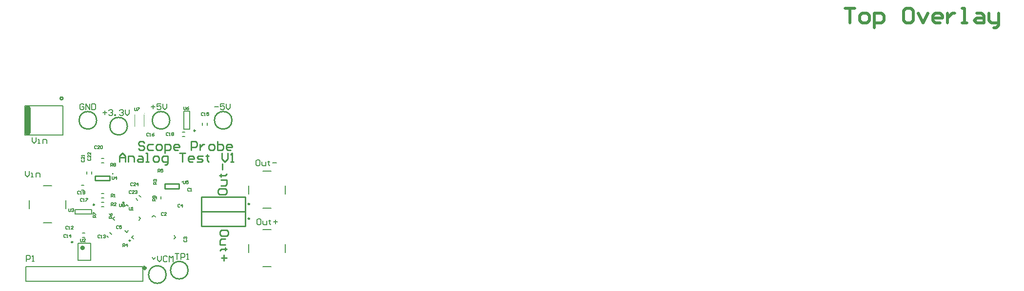
<source format=gto>
G04 Layer_Color=65535*
%FSLAX25Y25*%
%MOIN*%
G70*
G01*
G75*
%ADD27C,0.01000*%
%ADD28C,0.02000*%
%ADD38C,0.00984*%
%ADD39C,0.01575*%
%ADD40C,0.00394*%
%ADD41C,0.00787*%
%ADD42C,0.04000*%
%ADD43C,0.00500*%
%ADD44C,0.00800*%
D27*
X456000Y487500D02*
G03*
X456000Y487500I-6000J0D01*
G01*
X340500Y502500D02*
G03*
X340500Y502500I-1000J0D01*
G01*
X363500Y487500D02*
G03*
X363500Y487500I-6000J0D01*
G01*
X384500Y483500D02*
G03*
X384500Y483500I-6000J0D01*
G01*
X413500Y487500D02*
G03*
X413500Y487500I-6000J0D01*
G01*
X426000Y385000D02*
G03*
X426000Y385000I-6000J0D01*
G01*
X411000Y382000D02*
G03*
X411000Y382000I-6000J0D01*
G01*
X422087Y445453D02*
G03*
X422087Y445453I-197J0D01*
G01*
X374587Y450953D02*
G03*
X374587Y450953I-197J0D01*
G01*
X468000Y420200D02*
G03*
X468000Y420200I-500J0D01*
G01*
Y430200D02*
G03*
X468000Y430200I-500J0D01*
G01*
X410079Y444075D02*
X419921D01*
Y440925D02*
Y444075D01*
X410079Y440925D02*
X419921D01*
X410079D02*
Y444075D01*
X362579Y449575D02*
X372421D01*
Y446425D02*
Y449575D01*
X362579Y446425D02*
X372421D01*
X362579D02*
Y449575D01*
X435000Y415000D02*
X465000Y415000D01*
X435000Y425000D02*
X465000Y425000D01*
Y415000D02*
Y425000D01*
X435000Y415000D02*
Y425000D01*
X465000Y425000D01*
X435000Y435000D02*
X465000Y435000D01*
Y425000D02*
Y435000D01*
X435000Y425000D02*
Y435000D01*
X446402Y439699D02*
Y437700D01*
X447402Y436700D01*
X451400D01*
X452400Y437700D01*
Y439699D01*
X451400Y440699D01*
X447402D01*
X446402Y439699D01*
X448401Y442698D02*
X451400D01*
X452400Y443698D01*
Y446697D01*
X448401D01*
X447402Y449696D02*
X448401D01*
Y448696D01*
Y450696D01*
Y449696D01*
X451400D01*
X452400Y450696D01*
X449401Y453694D02*
Y457693D01*
X453598Y409401D02*
Y411400D01*
X452598Y412400D01*
X448600D01*
X447600Y411400D01*
Y409401D01*
X448600Y408401D01*
X452598D01*
X453598Y409401D01*
X451599Y406402D02*
X448600D01*
X447600Y405402D01*
Y402403D01*
X451599D01*
X452598Y399404D02*
X451599D01*
Y400404D01*
Y398405D01*
Y399404D01*
X448600D01*
X447600Y398405D01*
X450599Y395406D02*
Y391407D01*
X452598Y393406D02*
X448600D01*
X379000Y459000D02*
Y462999D01*
X380999Y464998D01*
X382999Y462999D01*
Y459000D01*
Y461999D01*
X379000D01*
X384998Y459000D02*
Y462999D01*
X387997D01*
X388997Y461999D01*
Y459000D01*
X391996Y462999D02*
X393995D01*
X394995Y461999D01*
Y459000D01*
X391996D01*
X390996Y460000D01*
X391996Y460999D01*
X394995D01*
X396994Y459000D02*
X398993D01*
X397994D01*
Y464998D01*
X396994D01*
X402992Y459000D02*
X404992D01*
X405991Y460000D01*
Y461999D01*
X404992Y462999D01*
X402992D01*
X401993Y461999D01*
Y460000D01*
X402992Y459000D01*
X409990Y457001D02*
X410990D01*
X411989Y458000D01*
Y462999D01*
X408990D01*
X407991Y461999D01*
Y460000D01*
X408990Y459000D01*
X411989D01*
X419987Y464998D02*
X423985D01*
X421986D01*
Y459000D01*
X428984D02*
X426985D01*
X425985Y460000D01*
Y461999D01*
X426985Y462999D01*
X428984D01*
X429984Y461999D01*
Y460999D01*
X425985D01*
X431983Y459000D02*
X434982D01*
X435982Y460000D01*
X434982Y460999D01*
X432982D01*
X431983Y461999D01*
X432982Y462999D01*
X435982D01*
X438981Y463998D02*
Y462999D01*
X437981D01*
X439980D01*
X438981D01*
Y460000D01*
X439980Y459000D01*
X448977Y464998D02*
Y460999D01*
X450977Y459000D01*
X452976Y460999D01*
Y464998D01*
X454975Y459000D02*
X456975D01*
X455975D01*
Y464998D01*
X454975Y463998D01*
X395999Y471998D02*
X394999Y472998D01*
X393000D01*
X392000Y471998D01*
Y470999D01*
X393000Y469999D01*
X394999D01*
X395999Y468999D01*
Y468000D01*
X394999Y467000D01*
X393000D01*
X392000Y468000D01*
X401997Y470999D02*
X398998D01*
X397998Y469999D01*
Y468000D01*
X398998Y467000D01*
X401997D01*
X404996D02*
X406995D01*
X407995Y468000D01*
Y469999D01*
X406995Y470999D01*
X404996D01*
X403996Y469999D01*
Y468000D01*
X404996Y467000D01*
X409994Y465001D02*
Y470999D01*
X412993D01*
X413993Y469999D01*
Y468000D01*
X412993Y467000D01*
X409994D01*
X418991D02*
X416992D01*
X415992Y468000D01*
Y469999D01*
X416992Y470999D01*
X418991D01*
X419991Y469999D01*
Y468999D01*
X415992D01*
X427988Y467000D02*
Y472998D01*
X430987D01*
X431987Y471998D01*
Y469999D01*
X430987Y468999D01*
X427988D01*
X433986Y470999D02*
Y467000D01*
Y468999D01*
X434986Y469999D01*
X435986Y470999D01*
X436985D01*
X440984Y467000D02*
X442983D01*
X443983Y468000D01*
Y469999D01*
X442983Y470999D01*
X440984D01*
X439985Y469999D01*
Y468000D01*
X440984Y467000D01*
X445983Y472998D02*
Y467000D01*
X448982D01*
X449981Y468000D01*
Y468999D01*
Y469999D01*
X448982Y470999D01*
X445983D01*
X454980Y467000D02*
X452980D01*
X451981Y468000D01*
Y469999D01*
X452980Y470999D01*
X454980D01*
X455979Y469999D01*
Y468999D01*
X451981D01*
D28*
X396900Y386500D02*
G03*
X396900Y386500I-700J0D01*
G01*
X875000Y563997D02*
X881664D01*
X878332D01*
Y554000D01*
X886663D02*
X889995D01*
X891661Y555666D01*
Y558998D01*
X889995Y560665D01*
X886663D01*
X884997Y558998D01*
Y555666D01*
X886663Y554000D01*
X894993Y550668D02*
Y560665D01*
X899992D01*
X901658Y558998D01*
Y555666D01*
X899992Y554000D01*
X894993D01*
X919985Y563997D02*
X916653D01*
X914987Y562331D01*
Y555666D01*
X916653Y554000D01*
X919985D01*
X921652Y555666D01*
Y562331D01*
X919985Y563997D01*
X924984Y560665D02*
X928316Y554000D01*
X931648Y560665D01*
X939979Y554000D02*
X936647D01*
X934981Y555666D01*
Y558998D01*
X936647Y560665D01*
X939979D01*
X941645Y558998D01*
Y557332D01*
X934981D01*
X944977Y560665D02*
Y554000D01*
Y557332D01*
X946644Y558998D01*
X948310Y560665D01*
X949976D01*
X954974Y554000D02*
X958306D01*
X956640D01*
Y563997D01*
X954974D01*
X964971Y560665D02*
X968303D01*
X969969Y558998D01*
Y554000D01*
X964971D01*
X963305Y555666D01*
X964971Y557332D01*
X969969D01*
X973302Y560665D02*
Y555666D01*
X974968Y554000D01*
X979966D01*
Y552334D01*
X978300Y550668D01*
X976634D01*
X979966Y554000D02*
Y560665D01*
D38*
X382272Y431242D02*
G03*
X382272Y431242I-492J0D01*
G01*
X361980Y429823D02*
G03*
X361980Y429823I-492J0D01*
G01*
X347224Y404193D02*
G03*
X347224Y404193I-492J0D01*
G01*
X430905Y480413D02*
G03*
X430905Y480413I-492J0D01*
G01*
X386567Y405273D02*
G03*
X386567Y405273I-492J0D01*
G01*
D39*
X354606Y400256D02*
G03*
X354606Y400256I-787J0D01*
G01*
D40*
X396240Y492126D02*
G03*
X396240Y492126I-197J0D01*
G01*
X389350Y483563D02*
Y491437D01*
X395650Y483563D02*
Y491437D01*
D41*
X317402Y427087D02*
Y432913D01*
X342598Y427087D02*
Y432913D01*
X327087Y442598D02*
X332913D01*
X327087Y417402D02*
X332913D01*
X315000Y377500D02*
Y387500D01*
X395000D01*
Y377500D02*
Y387500D01*
X315000Y377500D02*
X395000D01*
X314500Y477500D02*
Y497500D01*
X340500Y477500D02*
Y497500D01*
X314500Y477500D02*
X340500D01*
X314500Y497500D02*
X340500D01*
X467402Y397087D02*
Y402913D01*
X492598Y397087D02*
Y402913D01*
X477087Y412598D02*
X482913D01*
X477087Y387402D02*
X482913D01*
X467402Y437087D02*
Y442913D01*
X492598Y437087D02*
Y442913D01*
X477087Y452598D02*
X482913D01*
X477087Y427402D02*
X482913D01*
X407575Y433713D02*
Y435287D01*
X404425Y433713D02*
Y435287D01*
X366713Y437575D02*
X368287D01*
X366713Y434425D02*
X368287D01*
X382824Y428667D02*
X384007Y429850D01*
X385191Y428667D01*
X392289Y421568D02*
X393473Y420385D01*
X392289Y419202D02*
X393473Y420385D01*
X384007Y410919D02*
X385191Y412103D01*
X382824D02*
X384007Y410919D01*
X374542Y420385D02*
X375725Y421568D01*
X374542Y420385D02*
X375725Y419202D01*
X366713Y431575D02*
X368287D01*
X366713Y428425D02*
X368287D01*
X370330Y408443D02*
X371443Y407330D01*
X372557Y410670D02*
X373670Y409557D01*
X348791Y423425D02*
X360209D01*
X348791Y426575D02*
X360209D01*
X348791Y423425D02*
Y426575D01*
X360209Y423425D02*
Y426575D01*
X353213Y439925D02*
X354787D01*
X353213Y443075D02*
X354787D01*
X356925Y450713D02*
Y452287D01*
X360075Y450713D02*
Y452287D01*
X366713Y458425D02*
X368287D01*
X366713Y461575D02*
X368287D01*
X353713Y410427D02*
X355287D01*
X353713Y407278D02*
X355287D01*
X350669Y391595D02*
Y403406D01*
X359331Y391595D02*
Y403406D01*
X350669D02*
X359331D01*
X350669Y391595D02*
X359331D01*
X439075Y484213D02*
Y485787D01*
X435925Y484213D02*
Y485787D01*
X422213Y476425D02*
X423787D01*
X422213Y479575D02*
X423787D01*
X423032Y481398D02*
Y493602D01*
X426968Y481398D02*
Y493602D01*
X423032D02*
X426968D01*
X423032Y481398D02*
X426968D01*
X402500Y392467D02*
X403683Y393650D01*
X401317Y393650D02*
X402500Y392467D01*
X416350Y406317D02*
X417533Y407500D01*
X416350Y408683D02*
X417533Y407500D01*
X402500Y422533D02*
X403683Y421350D01*
X401317Y421350D02*
X402500Y422533D01*
X387467Y407500D02*
X388650Y408683D01*
X387467Y407500D02*
X388650Y406317D01*
X392557Y436170D02*
X393670Y435057D01*
X390330Y433943D02*
X391443Y432830D01*
D42*
X316500Y479500D02*
X316500Y495500D01*
D43*
X387033Y438966D02*
X386700Y439299D01*
X386033D01*
X385700Y438966D01*
Y437633D01*
X386033Y437300D01*
X386700D01*
X387033Y437633D01*
X389032Y437300D02*
X387699D01*
X389032Y438633D01*
Y438966D01*
X388699Y439299D01*
X388033D01*
X387699Y438966D01*
X389699D02*
X390032Y439299D01*
X390698D01*
X391032Y438966D01*
Y438633D01*
X390698Y438300D01*
X390365D01*
X390698D01*
X391032Y437966D01*
Y437633D01*
X390698Y437300D01*
X390032D01*
X389699Y437633D01*
X353334Y460333D02*
X353001Y460000D01*
Y459333D01*
X353334Y459000D01*
X354667D01*
X355000Y459333D01*
Y460000D01*
X354667Y460333D01*
X355000Y462332D02*
Y460999D01*
X353667Y462332D01*
X353334D01*
X353001Y461999D01*
Y461333D01*
X353334Y460999D01*
X355000Y462999D02*
Y463665D01*
Y463332D01*
X353001D01*
X353334Y462999D01*
X363333Y469666D02*
X363000Y469999D01*
X362333D01*
X362000Y469666D01*
Y468333D01*
X362333Y468000D01*
X363000D01*
X363333Y468333D01*
X365332Y468000D02*
X363999D01*
X365332Y469333D01*
Y469666D01*
X364999Y469999D01*
X364333D01*
X363999Y469666D01*
X365999D02*
X366332Y469999D01*
X366998D01*
X367332Y469666D01*
Y468333D01*
X366998Y468000D01*
X366332D01*
X365999Y468333D01*
Y469666D01*
X379000Y430499D02*
Y428833D01*
X379333Y428500D01*
X380000D01*
X380333Y428833D01*
Y430499D01*
X380999Y430166D02*
X381333Y430499D01*
X381999D01*
X382332Y430166D01*
Y429833D01*
X381999Y429500D01*
X382332Y429166D01*
Y428833D01*
X381999Y428500D01*
X381333D01*
X380999Y428833D01*
Y429166D01*
X381333Y429500D01*
X380999Y429833D01*
Y430166D01*
X381333Y429500D02*
X381999D01*
X403600Y432500D02*
X401601D01*
Y433500D01*
X401934Y433833D01*
X402600D01*
X402934Y433500D01*
Y432500D01*
Y433166D02*
X403600Y433833D01*
X403267Y434499D02*
X403600Y434833D01*
Y435499D01*
X403267Y435832D01*
X401934D01*
X401601Y435499D01*
Y434833D01*
X401934Y434499D01*
X402267D01*
X402600Y434833D01*
Y435832D01*
X373100Y456000D02*
Y457999D01*
X374100D01*
X374433Y457666D01*
Y457000D01*
X374100Y456666D01*
X373100D01*
X373766D02*
X374433Y456000D01*
X375099Y457666D02*
X375433Y457999D01*
X376099D01*
X376432Y457666D01*
Y457333D01*
X376099Y457000D01*
X376432Y456666D01*
Y456333D01*
X376099Y456000D01*
X375433D01*
X375099Y456333D01*
Y456666D01*
X375433Y457000D01*
X375099Y457333D01*
Y457666D01*
X375433Y457000D02*
X376099D01*
X388233Y444266D02*
X387900Y444599D01*
X387233D01*
X386900Y444266D01*
Y442933D01*
X387233Y442600D01*
X387900D01*
X388233Y442933D01*
X390232Y442600D02*
X388899D01*
X390232Y443933D01*
Y444266D01*
X389899Y444599D01*
X389233D01*
X388899Y444266D01*
X391898Y442600D02*
Y444599D01*
X390899Y443600D01*
X392232D01*
X357834Y461333D02*
X357501Y461000D01*
Y460333D01*
X357834Y460000D01*
X359167D01*
X359500Y460333D01*
Y461000D01*
X359167Y461333D01*
X359500Y463332D02*
Y461999D01*
X358167Y463332D01*
X357834D01*
X357501Y462999D01*
Y462333D01*
X357834Y461999D01*
X359500Y465332D02*
Y463999D01*
X358167Y465332D01*
X357834D01*
X357501Y464998D01*
Y464332D01*
X357834Y463999D01*
X422900Y445999D02*
Y444333D01*
X423233Y444000D01*
X423900D01*
X424233Y444333D01*
Y445999D01*
X426232D02*
X424899D01*
Y445000D01*
X425566Y445333D01*
X425899D01*
X426232Y445000D01*
Y444333D01*
X425899Y444000D01*
X425233D01*
X424899Y444333D01*
X374000Y448999D02*
Y447333D01*
X374333Y447000D01*
X375000D01*
X375333Y447333D01*
Y448999D01*
X376999Y447000D02*
Y448999D01*
X375999Y448000D01*
X377332D01*
X344500Y426999D02*
Y425333D01*
X344833Y425000D01*
X345500D01*
X345833Y425333D01*
Y426999D01*
X346499Y426666D02*
X346833Y426999D01*
X347499D01*
X347832Y426666D01*
Y426333D01*
X347499Y426000D01*
X347166D01*
X347499D01*
X347832Y425666D01*
Y425333D01*
X347499Y425000D01*
X346833D01*
X346499Y425333D01*
X352500Y406499D02*
Y404833D01*
X352833Y404500D01*
X353500D01*
X353833Y404833D01*
Y406499D01*
X355832Y404500D02*
X354499D01*
X355832Y405833D01*
Y406166D01*
X355499Y406499D01*
X354833D01*
X354499Y406166D01*
X385600Y427999D02*
Y426333D01*
X385933Y426000D01*
X386600D01*
X386933Y426333D01*
Y427999D01*
X387599Y426000D02*
X388266D01*
X387933D01*
Y427999D01*
X387599Y427666D01*
X363000Y421000D02*
X361001D01*
Y422000D01*
X361334Y422333D01*
X362000D01*
X362334Y422000D01*
Y421000D01*
Y421666D02*
X363000Y422333D01*
X361001Y422999D02*
Y424332D01*
X361334D01*
X362667Y422999D01*
X363000D01*
X374000Y420500D02*
X372001D01*
Y421500D01*
X372334Y421833D01*
X373000D01*
X373334Y421500D01*
Y420500D01*
Y421166D02*
X374000Y421833D01*
X372001Y423832D02*
X372334Y423166D01*
X373000Y422499D01*
X373667D01*
X374000Y422833D01*
Y423499D01*
X373667Y423832D01*
X373334D01*
X373000Y423499D01*
Y422499D01*
X405500Y452100D02*
Y454099D01*
X406500D01*
X406833Y453766D01*
Y453100D01*
X406500Y452766D01*
X405500D01*
X406166D02*
X406833Y452100D01*
X408832Y454099D02*
X407499D01*
Y453100D01*
X408166Y453433D01*
X408499D01*
X408832Y453100D01*
Y452433D01*
X408499Y452100D01*
X407833D01*
X407499Y452433D01*
X381500Y401000D02*
Y402999D01*
X382500D01*
X382833Y402666D01*
Y402000D01*
X382500Y401666D01*
X381500D01*
X382166D02*
X382833Y401000D01*
X384499D02*
Y402999D01*
X383499Y402000D01*
X384832D01*
X404500Y443600D02*
X402501D01*
Y444600D01*
X402834Y444933D01*
X403500D01*
X403834Y444600D01*
Y443600D01*
Y444266D02*
X404500Y444933D01*
X402834Y445599D02*
X402501Y445933D01*
Y446599D01*
X402834Y446932D01*
X403167D01*
X403500Y446599D01*
Y446266D01*
Y446599D01*
X403834Y446932D01*
X404167D01*
X404500Y446599D01*
Y445933D01*
X404167Y445599D01*
X373500Y429000D02*
Y430999D01*
X374500D01*
X374833Y430666D01*
Y430000D01*
X374500Y429666D01*
X373500D01*
X374166D02*
X374833Y429000D01*
X376832D02*
X375499D01*
X376832Y430333D01*
Y430666D01*
X376499Y430999D01*
X375833D01*
X375499Y430666D01*
X373500Y435000D02*
Y436999D01*
X374500D01*
X374833Y436666D01*
Y436000D01*
X374500Y435666D01*
X373500D01*
X374166D02*
X374833Y435000D01*
X375499D02*
X376166D01*
X375833D01*
Y436999D01*
X375499Y436666D01*
X342333Y409166D02*
X342000Y409499D01*
X341333D01*
X341000Y409166D01*
Y407833D01*
X341333Y407500D01*
X342000D01*
X342333Y407833D01*
X342999Y407500D02*
X343666D01*
X343333D01*
Y409499D01*
X342999Y409166D01*
X345665Y407500D02*
Y409499D01*
X344666Y408500D01*
X345998D01*
X365833Y408666D02*
X365500Y408999D01*
X364833D01*
X364500Y408666D01*
Y407333D01*
X364833Y407000D01*
X365500D01*
X365833Y407333D01*
X366499Y407000D02*
X367166D01*
X366833D01*
Y408999D01*
X366499Y408666D01*
X368165D02*
X368499Y408999D01*
X369165D01*
X369498Y408666D01*
Y408333D01*
X369165Y408000D01*
X368832D01*
X369165D01*
X369498Y407666D01*
Y407333D01*
X369165Y407000D01*
X368499D01*
X368165Y407333D01*
X343833Y414666D02*
X343500Y414999D01*
X342833D01*
X342500Y414666D01*
Y413333D01*
X342833Y413000D01*
X343500D01*
X343833Y413333D01*
X344499Y413000D02*
X345166D01*
X344833D01*
Y414999D01*
X344499Y414666D01*
X347498Y413000D02*
X346165D01*
X347498Y414333D01*
Y414666D01*
X347165Y414999D01*
X346499D01*
X346165Y414666D01*
X378364Y414932D02*
X378031Y415266D01*
X377364D01*
X377031Y414932D01*
Y413599D01*
X377364Y413266D01*
X378031D01*
X378364Y413599D01*
X380363Y415266D02*
X379030D01*
Y414266D01*
X379697Y414599D01*
X380030D01*
X380363Y414266D01*
Y413599D01*
X380030Y413266D01*
X379364D01*
X379030Y413599D01*
X420333Y429666D02*
X420000Y429999D01*
X419333D01*
X419000Y429666D01*
Y428333D01*
X419333Y428000D01*
X420000D01*
X420333Y428333D01*
X421999Y428000D02*
Y429999D01*
X420999Y429000D01*
X422332D01*
X423334Y405833D02*
X423001Y405500D01*
Y404833D01*
X423334Y404500D01*
X424667D01*
X425000Y404833D01*
Y405500D01*
X424667Y405833D01*
X423334Y406499D02*
X423001Y406833D01*
Y407499D01*
X423334Y407832D01*
X423667D01*
X424000Y407499D01*
Y407166D01*
Y407499D01*
X424334Y407832D01*
X424667D01*
X425000Y407499D01*
Y406833D01*
X424667Y406499D01*
X409089Y424166D02*
X408756Y424499D01*
X408090D01*
X407756Y424166D01*
Y422833D01*
X408090Y422500D01*
X408756D01*
X409089Y422833D01*
X411089Y422500D02*
X409756D01*
X411089Y423833D01*
Y424166D01*
X410755Y424499D01*
X410089D01*
X409756Y424166D01*
X426933Y440866D02*
X426600Y441199D01*
X425933D01*
X425600Y440866D01*
Y439533D01*
X425933Y439200D01*
X426600D01*
X426933Y439533D01*
X427599Y439200D02*
X428266D01*
X427933D01*
Y441199D01*
X427599Y440866D01*
X436333Y492366D02*
X436000Y492699D01*
X435333D01*
X435000Y492366D01*
Y491033D01*
X435333Y490700D01*
X436000D01*
X436333Y491033D01*
X436999Y490700D02*
X437666D01*
X437333D01*
Y492699D01*
X436999Y492366D01*
X439998Y492699D02*
X438665D01*
Y491700D01*
X439332Y492033D01*
X439665D01*
X439998Y491700D01*
Y491033D01*
X439665Y490700D01*
X438999D01*
X438665Y491033D01*
X399033Y478366D02*
X398700Y478699D01*
X398033D01*
X397700Y478366D01*
Y477033D01*
X398033Y476700D01*
X398700D01*
X399033Y477033D01*
X399699Y476700D02*
X400366D01*
X400033D01*
Y478699D01*
X399699Y478366D01*
X402698Y478699D02*
X402032Y478366D01*
X401366Y477700D01*
Y477033D01*
X401699Y476700D01*
X402365D01*
X402698Y477033D01*
Y477366D01*
X402365Y477700D01*
X401366D01*
X353833Y433666D02*
X353500Y433999D01*
X352833D01*
X352500Y433666D01*
Y432333D01*
X352833Y432000D01*
X353500D01*
X353833Y432333D01*
X354499Y432000D02*
X355166D01*
X354833D01*
Y433999D01*
X354499Y433666D01*
X356166Y433999D02*
X357498D01*
Y433666D01*
X356166Y432333D01*
Y432000D01*
X412433Y478666D02*
X412100Y478999D01*
X411433D01*
X411100Y478666D01*
Y477333D01*
X411433Y477000D01*
X412100D01*
X412433Y477333D01*
X413099Y477000D02*
X413766D01*
X413433D01*
Y478999D01*
X413099Y478666D01*
X414766D02*
X415099Y478999D01*
X415765D01*
X416098Y478666D01*
Y478333D01*
X415765Y478000D01*
X416098Y477666D01*
Y477333D01*
X415765Y477000D01*
X415099D01*
X414766Y477333D01*
Y477666D01*
X415099Y478000D01*
X414766Y478333D01*
Y478666D01*
X415099Y478000D02*
X415765D01*
X351833Y438666D02*
X351500Y438999D01*
X350833D01*
X350500Y438666D01*
Y437333D01*
X350833Y437000D01*
X351500D01*
X351833Y437333D01*
X352499Y437000D02*
X353166D01*
X352833D01*
Y438999D01*
X352499Y438666D01*
X354166Y437333D02*
X354499Y437000D01*
X355165D01*
X355498Y437333D01*
Y438666D01*
X355165Y438999D01*
X354499D01*
X354166Y438666D01*
Y438333D01*
X354499Y438000D01*
X355498D01*
X423200Y496799D02*
Y495133D01*
X423533Y494800D01*
X424200D01*
X424533Y495133D01*
Y496799D01*
X426532D02*
X425866Y496466D01*
X425199Y495800D01*
Y495133D01*
X425533Y494800D01*
X426199D01*
X426532Y495133D01*
Y495466D01*
X426199Y495800D01*
X425199D01*
X389500Y495999D02*
Y494333D01*
X389833Y494000D01*
X390500D01*
X390833Y494333D01*
Y495999D01*
X391499D02*
X392832D01*
Y495666D01*
X391499Y494333D01*
Y494000D01*
D44*
X314900Y452699D02*
Y450033D01*
X316233Y448700D01*
X317566Y450033D01*
Y452699D01*
X318899Y448700D02*
X320232D01*
X319565D01*
Y451366D01*
X318899D01*
X322231Y448700D02*
Y451366D01*
X324230D01*
X324897Y450699D01*
Y448700D01*
X417200Y396299D02*
X419866D01*
X418533D01*
Y392300D01*
X421199D02*
Y396299D01*
X423198D01*
X423865Y395632D01*
Y394299D01*
X423198Y393633D01*
X421199D01*
X425197Y392300D02*
X426530D01*
X425864D01*
Y396299D01*
X425197Y395632D01*
X474499Y460499D02*
X473166D01*
X472500Y459832D01*
Y457166D01*
X473166Y456500D01*
X474499D01*
X475166Y457166D01*
Y459832D01*
X474499Y460499D01*
X476499Y459166D02*
Y457166D01*
X477165Y456500D01*
X479165D01*
Y459166D01*
X481164Y459832D02*
Y459166D01*
X480497D01*
X481830D01*
X481164D01*
Y457166D01*
X481830Y456500D01*
X483830Y458499D02*
X486495D01*
X367900Y492899D02*
X370566D01*
X369233Y494232D02*
Y491566D01*
X371899Y494232D02*
X372565Y494899D01*
X373898D01*
X374565Y494232D01*
Y493566D01*
X373898Y492899D01*
X373232D01*
X373898D01*
X374565Y492233D01*
Y491566D01*
X373898Y490900D01*
X372565D01*
X371899Y491566D01*
X375897Y490900D02*
Y491566D01*
X376564D01*
Y490900D01*
X375897D01*
X379230Y494232D02*
X379896Y494899D01*
X381229D01*
X381895Y494232D01*
Y493566D01*
X381229Y492899D01*
X380563D01*
X381229D01*
X381895Y492233D01*
Y491566D01*
X381229Y490900D01*
X379896D01*
X379230Y491566D01*
X383228Y494899D02*
Y492233D01*
X384561Y490900D01*
X385894Y492233D01*
Y494899D01*
X400900Y496899D02*
X403566D01*
X402233Y498232D02*
Y495566D01*
X407564Y498899D02*
X404899D01*
Y496899D01*
X406232Y497566D01*
X406898D01*
X407564Y496899D01*
Y495566D01*
X406898Y494900D01*
X405565D01*
X404899Y495566D01*
X408897Y498899D02*
Y496233D01*
X410230Y494900D01*
X411563Y496233D01*
Y498899D01*
X444200Y496799D02*
X446866D01*
X450865Y498799D02*
X448199D01*
Y496799D01*
X449532Y497466D01*
X450198D01*
X450865Y496799D01*
Y495466D01*
X450198Y494800D01*
X448865D01*
X448199Y495466D01*
X452197Y498799D02*
Y496133D01*
X453530Y494800D01*
X454863Y496133D01*
Y498799D01*
X354766Y498232D02*
X354099Y498899D01*
X352766D01*
X352100Y498232D01*
Y495566D01*
X352766Y494900D01*
X354099D01*
X354766Y495566D01*
Y496899D01*
X353433D01*
X356099Y494900D02*
Y498899D01*
X358765Y494900D01*
Y498899D01*
X360097D02*
Y494900D01*
X362097D01*
X362763Y495566D01*
Y498232D01*
X362097Y498899D01*
X360097D01*
X315400Y391000D02*
Y394999D01*
X317399D01*
X318066Y394332D01*
Y392999D01*
X317399Y392333D01*
X315400D01*
X319399Y391000D02*
X320732D01*
X320065D01*
Y394999D01*
X319399Y394332D01*
X405000Y394799D02*
Y392133D01*
X406333Y390800D01*
X407666Y392133D01*
Y394799D01*
X411664Y394132D02*
X410998Y394799D01*
X409665D01*
X408999Y394132D01*
Y391466D01*
X409665Y390800D01*
X410998D01*
X411664Y391466D01*
X412997Y390800D02*
Y394799D01*
X414330Y393466D01*
X415663Y394799D01*
Y390800D01*
X319400Y475699D02*
Y473033D01*
X320733Y471700D01*
X322066Y473033D01*
Y475699D01*
X323399Y471700D02*
X324732D01*
X324065D01*
Y474366D01*
X323399D01*
X326731Y471700D02*
Y474366D01*
X328730D01*
X329397Y473699D01*
Y471700D01*
X474999Y419999D02*
X473666D01*
X473000Y419332D01*
Y416666D01*
X473666Y416000D01*
X474999D01*
X475666Y416666D01*
Y419332D01*
X474999Y419999D01*
X476999Y418666D02*
Y416666D01*
X477665Y416000D01*
X479665D01*
Y418666D01*
X481664Y419332D02*
Y418666D01*
X480997D01*
X482330D01*
X481664D01*
Y416666D01*
X482330Y416000D01*
X484330Y417999D02*
X486996D01*
X485663Y419332D02*
Y416666D01*
M02*

</source>
